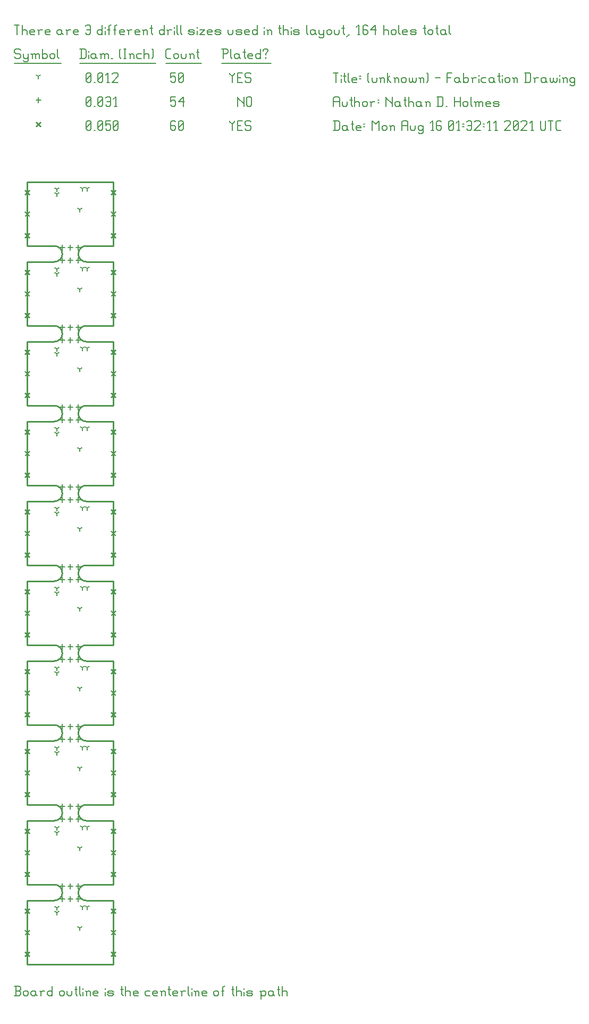
<source format=gbr>
G04 start of page 13 for group -3984 idx -3984 *
G04 Title: (unknown), fab *
G04 Creator: pcb 4.0.2 *
G04 CreationDate: Mon Aug 16 01:32:11 2021 UTC *
G04 For: ndholmes *
G04 Format: Gerber/RS-274X *
G04 PCB-Dimensions (mil): 700.00 5100.00 *
G04 PCB-Coordinate-Origin: lower left *
%MOIN*%
%FSLAX25Y25*%
%LNFAB*%
%ADD43C,0.0100*%
%ADD42C,0.0060*%
%ADD41C,0.0001*%
G54D41*G36*
X60800Y468266D02*X63766Y465300D01*
X63200Y464734D01*
X60234Y467700D01*
X60800Y468266D01*
G37*
G36*
X60234Y465300D02*X63200Y468266D01*
X63766Y467700D01*
X60800Y464734D01*
X60234Y465300D01*
G37*
G36*
X6800Y481766D02*X9766Y478800D01*
X9200Y478234D01*
X6234Y481200D01*
X6800Y481766D01*
G37*
G36*
X6234Y478800D02*X9200Y481766D01*
X9766Y481200D01*
X6800Y478234D01*
X6234Y478800D01*
G37*
G36*
X6800Y468266D02*X9766Y465300D01*
X9200Y464734D01*
X6234Y467700D01*
X6800Y468266D01*
G37*
G36*
X6234Y465300D02*X9200Y468266D01*
X9766Y467700D01*
X6800Y464734D01*
X6234Y465300D01*
G37*
G36*
X60800Y481766D02*X63766Y478800D01*
X63200Y478234D01*
X60234Y481200D01*
X60800Y481766D01*
G37*
G36*
X60234Y478800D02*X63200Y481766D01*
X63766Y481200D01*
X60800Y478234D01*
X60234Y478800D01*
G37*
G36*
X60800Y495266D02*X63766Y492300D01*
X63200Y491734D01*
X60234Y494700D01*
X60800Y495266D01*
G37*
G36*
X60234Y492300D02*X63200Y495266D01*
X63766Y494700D01*
X60800Y491734D01*
X60234Y492300D01*
G37*
G36*
X6800Y495266D02*X9766Y492300D01*
X9200Y491734D01*
X6234Y494700D01*
X6800Y495266D01*
G37*
G36*
X6234Y492300D02*X9200Y495266D01*
X9766Y494700D01*
X6800Y491734D01*
X6234Y492300D01*
G37*
G36*
X60800Y418266D02*X63766Y415300D01*
X63200Y414734D01*
X60234Y417700D01*
X60800Y418266D01*
G37*
G36*
X60234Y415300D02*X63200Y418266D01*
X63766Y417700D01*
X60800Y414734D01*
X60234Y415300D01*
G37*
G36*
X6800Y431766D02*X9766Y428800D01*
X9200Y428234D01*
X6234Y431200D01*
X6800Y431766D01*
G37*
G36*
X6234Y428800D02*X9200Y431766D01*
X9766Y431200D01*
X6800Y428234D01*
X6234Y428800D01*
G37*
G36*
X6800Y418266D02*X9766Y415300D01*
X9200Y414734D01*
X6234Y417700D01*
X6800Y418266D01*
G37*
G36*
X6234Y415300D02*X9200Y418266D01*
X9766Y417700D01*
X6800Y414734D01*
X6234Y415300D01*
G37*
G36*
X60800Y431766D02*X63766Y428800D01*
X63200Y428234D01*
X60234Y431200D01*
X60800Y431766D01*
G37*
G36*
X60234Y428800D02*X63200Y431766D01*
X63766Y431200D01*
X60800Y428234D01*
X60234Y428800D01*
G37*
G36*
X60800Y445266D02*X63766Y442300D01*
X63200Y441734D01*
X60234Y444700D01*
X60800Y445266D01*
G37*
G36*
X60234Y442300D02*X63200Y445266D01*
X63766Y444700D01*
X60800Y441734D01*
X60234Y442300D01*
G37*
G36*
X6800Y445266D02*X9766Y442300D01*
X9200Y441734D01*
X6234Y444700D01*
X6800Y445266D01*
G37*
G36*
X6234Y442300D02*X9200Y445266D01*
X9766Y444700D01*
X6800Y441734D01*
X6234Y442300D01*
G37*
G36*
X60800Y368266D02*X63766Y365300D01*
X63200Y364734D01*
X60234Y367700D01*
X60800Y368266D01*
G37*
G36*
X60234Y365300D02*X63200Y368266D01*
X63766Y367700D01*
X60800Y364734D01*
X60234Y365300D01*
G37*
G36*
X6800Y381766D02*X9766Y378800D01*
X9200Y378234D01*
X6234Y381200D01*
X6800Y381766D01*
G37*
G36*
X6234Y378800D02*X9200Y381766D01*
X9766Y381200D01*
X6800Y378234D01*
X6234Y378800D01*
G37*
G36*
X6800Y368266D02*X9766Y365300D01*
X9200Y364734D01*
X6234Y367700D01*
X6800Y368266D01*
G37*
G36*
X6234Y365300D02*X9200Y368266D01*
X9766Y367700D01*
X6800Y364734D01*
X6234Y365300D01*
G37*
G36*
X60800Y381766D02*X63766Y378800D01*
X63200Y378234D01*
X60234Y381200D01*
X60800Y381766D01*
G37*
G36*
X60234Y378800D02*X63200Y381766D01*
X63766Y381200D01*
X60800Y378234D01*
X60234Y378800D01*
G37*
G36*
X60800Y395266D02*X63766Y392300D01*
X63200Y391734D01*
X60234Y394700D01*
X60800Y395266D01*
G37*
G36*
X60234Y392300D02*X63200Y395266D01*
X63766Y394700D01*
X60800Y391734D01*
X60234Y392300D01*
G37*
G36*
X6800Y395266D02*X9766Y392300D01*
X9200Y391734D01*
X6234Y394700D01*
X6800Y395266D01*
G37*
G36*
X6234Y392300D02*X9200Y395266D01*
X9766Y394700D01*
X6800Y391734D01*
X6234Y392300D01*
G37*
G36*
X60800Y318266D02*X63766Y315300D01*
X63200Y314734D01*
X60234Y317700D01*
X60800Y318266D01*
G37*
G36*
X60234Y315300D02*X63200Y318266D01*
X63766Y317700D01*
X60800Y314734D01*
X60234Y315300D01*
G37*
G36*
X6800Y331766D02*X9766Y328800D01*
X9200Y328234D01*
X6234Y331200D01*
X6800Y331766D01*
G37*
G36*
X6234Y328800D02*X9200Y331766D01*
X9766Y331200D01*
X6800Y328234D01*
X6234Y328800D01*
G37*
G36*
X6800Y318266D02*X9766Y315300D01*
X9200Y314734D01*
X6234Y317700D01*
X6800Y318266D01*
G37*
G36*
X6234Y315300D02*X9200Y318266D01*
X9766Y317700D01*
X6800Y314734D01*
X6234Y315300D01*
G37*
G36*
X60800Y331766D02*X63766Y328800D01*
X63200Y328234D01*
X60234Y331200D01*
X60800Y331766D01*
G37*
G36*
X60234Y328800D02*X63200Y331766D01*
X63766Y331200D01*
X60800Y328234D01*
X60234Y328800D01*
G37*
G36*
X60800Y345266D02*X63766Y342300D01*
X63200Y341734D01*
X60234Y344700D01*
X60800Y345266D01*
G37*
G36*
X60234Y342300D02*X63200Y345266D01*
X63766Y344700D01*
X60800Y341734D01*
X60234Y342300D01*
G37*
G36*
X6800Y345266D02*X9766Y342300D01*
X9200Y341734D01*
X6234Y344700D01*
X6800Y345266D01*
G37*
G36*
X6234Y342300D02*X9200Y345266D01*
X9766Y344700D01*
X6800Y341734D01*
X6234Y342300D01*
G37*
G36*
X60800Y268266D02*X63766Y265300D01*
X63200Y264734D01*
X60234Y267700D01*
X60800Y268266D01*
G37*
G36*
X60234Y265300D02*X63200Y268266D01*
X63766Y267700D01*
X60800Y264734D01*
X60234Y265300D01*
G37*
G36*
X6800Y281766D02*X9766Y278800D01*
X9200Y278234D01*
X6234Y281200D01*
X6800Y281766D01*
G37*
G36*
X6234Y278800D02*X9200Y281766D01*
X9766Y281200D01*
X6800Y278234D01*
X6234Y278800D01*
G37*
G36*
X6800Y268266D02*X9766Y265300D01*
X9200Y264734D01*
X6234Y267700D01*
X6800Y268266D01*
G37*
G36*
X6234Y265300D02*X9200Y268266D01*
X9766Y267700D01*
X6800Y264734D01*
X6234Y265300D01*
G37*
G36*
X60800Y281766D02*X63766Y278800D01*
X63200Y278234D01*
X60234Y281200D01*
X60800Y281766D01*
G37*
G36*
X60234Y278800D02*X63200Y281766D01*
X63766Y281200D01*
X60800Y278234D01*
X60234Y278800D01*
G37*
G36*
X60800Y295266D02*X63766Y292300D01*
X63200Y291734D01*
X60234Y294700D01*
X60800Y295266D01*
G37*
G36*
X60234Y292300D02*X63200Y295266D01*
X63766Y294700D01*
X60800Y291734D01*
X60234Y292300D01*
G37*
G36*
X6800Y295266D02*X9766Y292300D01*
X9200Y291734D01*
X6234Y294700D01*
X6800Y295266D01*
G37*
G36*
X6234Y292300D02*X9200Y295266D01*
X9766Y294700D01*
X6800Y291734D01*
X6234Y292300D01*
G37*
G36*
X60800Y218266D02*X63766Y215300D01*
X63200Y214734D01*
X60234Y217700D01*
X60800Y218266D01*
G37*
G36*
X60234Y215300D02*X63200Y218266D01*
X63766Y217700D01*
X60800Y214734D01*
X60234Y215300D01*
G37*
G36*
X6800Y231766D02*X9766Y228800D01*
X9200Y228234D01*
X6234Y231200D01*
X6800Y231766D01*
G37*
G36*
X6234Y228800D02*X9200Y231766D01*
X9766Y231200D01*
X6800Y228234D01*
X6234Y228800D01*
G37*
G36*
X6800Y218266D02*X9766Y215300D01*
X9200Y214734D01*
X6234Y217700D01*
X6800Y218266D01*
G37*
G36*
X6234Y215300D02*X9200Y218266D01*
X9766Y217700D01*
X6800Y214734D01*
X6234Y215300D01*
G37*
G36*
X60800Y231766D02*X63766Y228800D01*
X63200Y228234D01*
X60234Y231200D01*
X60800Y231766D01*
G37*
G36*
X60234Y228800D02*X63200Y231766D01*
X63766Y231200D01*
X60800Y228234D01*
X60234Y228800D01*
G37*
G36*
X60800Y245266D02*X63766Y242300D01*
X63200Y241734D01*
X60234Y244700D01*
X60800Y245266D01*
G37*
G36*
X60234Y242300D02*X63200Y245266D01*
X63766Y244700D01*
X60800Y241734D01*
X60234Y242300D01*
G37*
G36*
X6800Y245266D02*X9766Y242300D01*
X9200Y241734D01*
X6234Y244700D01*
X6800Y245266D01*
G37*
G36*
X6234Y242300D02*X9200Y245266D01*
X9766Y244700D01*
X6800Y241734D01*
X6234Y242300D01*
G37*
G36*
X60800Y168266D02*X63766Y165300D01*
X63200Y164734D01*
X60234Y167700D01*
X60800Y168266D01*
G37*
G36*
X60234Y165300D02*X63200Y168266D01*
X63766Y167700D01*
X60800Y164734D01*
X60234Y165300D01*
G37*
G36*
X6800Y181766D02*X9766Y178800D01*
X9200Y178234D01*
X6234Y181200D01*
X6800Y181766D01*
G37*
G36*
X6234Y178800D02*X9200Y181766D01*
X9766Y181200D01*
X6800Y178234D01*
X6234Y178800D01*
G37*
G36*
X6800Y168266D02*X9766Y165300D01*
X9200Y164734D01*
X6234Y167700D01*
X6800Y168266D01*
G37*
G36*
X6234Y165300D02*X9200Y168266D01*
X9766Y167700D01*
X6800Y164734D01*
X6234Y165300D01*
G37*
G36*
X60800Y181766D02*X63766Y178800D01*
X63200Y178234D01*
X60234Y181200D01*
X60800Y181766D01*
G37*
G36*
X60234Y178800D02*X63200Y181766D01*
X63766Y181200D01*
X60800Y178234D01*
X60234Y178800D01*
G37*
G36*
X60800Y195266D02*X63766Y192300D01*
X63200Y191734D01*
X60234Y194700D01*
X60800Y195266D01*
G37*
G36*
X60234Y192300D02*X63200Y195266D01*
X63766Y194700D01*
X60800Y191734D01*
X60234Y192300D01*
G37*
G36*
X6800Y195266D02*X9766Y192300D01*
X9200Y191734D01*
X6234Y194700D01*
X6800Y195266D01*
G37*
G36*
X6234Y192300D02*X9200Y195266D01*
X9766Y194700D01*
X6800Y191734D01*
X6234Y192300D01*
G37*
G36*
X60800Y118266D02*X63766Y115300D01*
X63200Y114734D01*
X60234Y117700D01*
X60800Y118266D01*
G37*
G36*
X60234Y115300D02*X63200Y118266D01*
X63766Y117700D01*
X60800Y114734D01*
X60234Y115300D01*
G37*
G36*
X6800Y131766D02*X9766Y128800D01*
X9200Y128234D01*
X6234Y131200D01*
X6800Y131766D01*
G37*
G36*
X6234Y128800D02*X9200Y131766D01*
X9766Y131200D01*
X6800Y128234D01*
X6234Y128800D01*
G37*
G36*
X6800Y118266D02*X9766Y115300D01*
X9200Y114734D01*
X6234Y117700D01*
X6800Y118266D01*
G37*
G36*
X6234Y115300D02*X9200Y118266D01*
X9766Y117700D01*
X6800Y114734D01*
X6234Y115300D01*
G37*
G36*
X60800Y131766D02*X63766Y128800D01*
X63200Y128234D01*
X60234Y131200D01*
X60800Y131766D01*
G37*
G36*
X60234Y128800D02*X63200Y131766D01*
X63766Y131200D01*
X60800Y128234D01*
X60234Y128800D01*
G37*
G36*
X60800Y145266D02*X63766Y142300D01*
X63200Y141734D01*
X60234Y144700D01*
X60800Y145266D01*
G37*
G36*
X60234Y142300D02*X63200Y145266D01*
X63766Y144700D01*
X60800Y141734D01*
X60234Y142300D01*
G37*
G36*
X6800Y145266D02*X9766Y142300D01*
X9200Y141734D01*
X6234Y144700D01*
X6800Y145266D01*
G37*
G36*
X6234Y142300D02*X9200Y145266D01*
X9766Y144700D01*
X6800Y141734D01*
X6234Y142300D01*
G37*
G36*
X60800Y68266D02*X63766Y65300D01*
X63200Y64734D01*
X60234Y67700D01*
X60800Y68266D01*
G37*
G36*
X60234Y65300D02*X63200Y68266D01*
X63766Y67700D01*
X60800Y64734D01*
X60234Y65300D01*
G37*
G36*
X6800Y81766D02*X9766Y78800D01*
X9200Y78234D01*
X6234Y81200D01*
X6800Y81766D01*
G37*
G36*
X6234Y78800D02*X9200Y81766D01*
X9766Y81200D01*
X6800Y78234D01*
X6234Y78800D01*
G37*
G36*
X6800Y68266D02*X9766Y65300D01*
X9200Y64734D01*
X6234Y67700D01*
X6800Y68266D01*
G37*
G36*
X6234Y65300D02*X9200Y68266D01*
X9766Y67700D01*
X6800Y64734D01*
X6234Y65300D01*
G37*
G36*
X60800Y81766D02*X63766Y78800D01*
X63200Y78234D01*
X60234Y81200D01*
X60800Y81766D01*
G37*
G36*
X60234Y78800D02*X63200Y81766D01*
X63766Y81200D01*
X60800Y78234D01*
X60234Y78800D01*
G37*
G36*
X60800Y95266D02*X63766Y92300D01*
X63200Y91734D01*
X60234Y94700D01*
X60800Y95266D01*
G37*
G36*
X60234Y92300D02*X63200Y95266D01*
X63766Y94700D01*
X60800Y91734D01*
X60234Y92300D01*
G37*
G36*
X6800Y95266D02*X9766Y92300D01*
X9200Y91734D01*
X6234Y94700D01*
X6800Y95266D01*
G37*
G36*
X6234Y92300D02*X9200Y95266D01*
X9766Y94700D01*
X6800Y91734D01*
X6234Y92300D01*
G37*
G36*
X60800Y18266D02*X63766Y15300D01*
X63200Y14734D01*
X60234Y17700D01*
X60800Y18266D01*
G37*
G36*
X60234Y15300D02*X63200Y18266D01*
X63766Y17700D01*
X60800Y14734D01*
X60234Y15300D01*
G37*
G36*
X6800Y31766D02*X9766Y28800D01*
X9200Y28234D01*
X6234Y31200D01*
X6800Y31766D01*
G37*
G36*
X6234Y28800D02*X9200Y31766D01*
X9766Y31200D01*
X6800Y28234D01*
X6234Y28800D01*
G37*
G36*
X6800Y18266D02*X9766Y15300D01*
X9200Y14734D01*
X6234Y17700D01*
X6800Y18266D01*
G37*
G36*
X6234Y15300D02*X9200Y18266D01*
X9766Y17700D01*
X6800Y14734D01*
X6234Y15300D01*
G37*
G36*
X60800Y31766D02*X63766Y28800D01*
X63200Y28234D01*
X60234Y31200D01*
X60800Y31766D01*
G37*
G36*
X60234Y28800D02*X63200Y31766D01*
X63766Y31200D01*
X60800Y28234D01*
X60234Y28800D01*
G37*
G36*
X60800Y45266D02*X63766Y42300D01*
X63200Y41734D01*
X60234Y44700D01*
X60800Y45266D01*
G37*
G36*
X60234Y42300D02*X63200Y45266D01*
X63766Y44700D01*
X60800Y41734D01*
X60234Y42300D01*
G37*
G36*
X6800Y45266D02*X9766Y42300D01*
X9200Y41734D01*
X6234Y44700D01*
X6800Y45266D01*
G37*
G36*
X6234Y42300D02*X9200Y45266D01*
X9766Y44700D01*
X6800Y41734D01*
X6234Y42300D01*
G37*
G36*
X13800Y538016D02*X16766Y535050D01*
X16200Y534484D01*
X13234Y537450D01*
X13800Y538016D01*
G37*
G36*
X13234Y535050D02*X16200Y538016D01*
X16766Y537450D01*
X13800Y534484D01*
X13234Y535050D01*
G37*
G54D42*X135000Y538500D02*Y537750D01*
X136500Y536250D01*
X138000Y537750D01*
Y538500D02*Y537750D01*
X136500Y536250D02*Y532500D01*
X139800Y535500D02*X142050D01*
X139800Y532500D02*X142800D01*
X139800Y538500D02*Y532500D01*
Y538500D02*X142800D01*
X147600D02*X148350Y537750D01*
X145350Y538500D02*X147600D01*
X144600Y537750D02*X145350Y538500D01*
X144600Y537750D02*Y536250D01*
X145350Y535500D01*
X147600D01*
X148350Y534750D01*
Y533250D01*
X147600Y532500D02*X148350Y533250D01*
X145350Y532500D02*X147600D01*
X144600Y533250D02*X145350Y532500D01*
X100250Y538500D02*X101000Y537750D01*
X98750Y538500D02*X100250D01*
X98000Y537750D02*X98750Y538500D01*
X98000Y537750D02*Y533250D01*
X98750Y532500D01*
X100250Y535500D02*X101000Y534750D01*
X98000Y535500D02*X100250D01*
X98750Y532500D02*X100250D01*
X101000Y533250D01*
Y534750D02*Y533250D01*
X102800D02*X103550Y532500D01*
X102800Y537750D02*Y533250D01*
Y537750D02*X103550Y538500D01*
X105050D01*
X105800Y537750D01*
Y533250D01*
X105050Y532500D02*X105800Y533250D01*
X103550Y532500D02*X105050D01*
X102800Y534000D02*X105800Y537000D01*
X45000Y533250D02*X45750Y532500D01*
X45000Y537750D02*Y533250D01*
Y537750D02*X45750Y538500D01*
X47250D01*
X48000Y537750D01*
Y533250D01*
X47250Y532500D02*X48000Y533250D01*
X45750Y532500D02*X47250D01*
X45000Y534000D02*X48000Y537000D01*
X49800Y532500D02*X50550D01*
X52350Y533250D02*X53100Y532500D01*
X52350Y537750D02*Y533250D01*
Y537750D02*X53100Y538500D01*
X54600D01*
X55350Y537750D01*
Y533250D01*
X54600Y532500D02*X55350Y533250D01*
X53100Y532500D02*X54600D01*
X52350Y534000D02*X55350Y537000D01*
X57150Y538500D02*X60150D01*
X57150D02*Y535500D01*
X57900Y536250D01*
X59400D01*
X60150Y535500D01*
Y533250D01*
X59400Y532500D02*X60150Y533250D01*
X57900Y532500D02*X59400D01*
X57150Y533250D02*X57900Y532500D01*
X61950Y533250D02*X62700Y532500D01*
X61950Y537750D02*Y533250D01*
Y537750D02*X62700Y538500D01*
X64200D01*
X64950Y537750D01*
Y533250D01*
X64200Y532500D02*X64950Y533250D01*
X62700Y532500D02*X64200D01*
X61950Y534000D02*X64950Y537000D01*
X30000Y460600D02*Y457400D01*
X28400Y459000D02*X31600D01*
X40000Y460600D02*Y457400D01*
X38400Y459000D02*X41600D01*
X35000Y460600D02*Y457400D01*
X33400Y459000D02*X36600D01*
X30000Y452600D02*Y449400D01*
X28400Y451000D02*X31600D01*
X35000Y452600D02*Y449400D01*
X33400Y451000D02*X36600D01*
X40000Y452600D02*Y449400D01*
X38400Y451000D02*X41600D01*
X30000Y410600D02*Y407400D01*
X28400Y409000D02*X31600D01*
X40000Y410600D02*Y407400D01*
X38400Y409000D02*X41600D01*
X35000Y410600D02*Y407400D01*
X33400Y409000D02*X36600D01*
X30000Y402600D02*Y399400D01*
X28400Y401000D02*X31600D01*
X35000Y402600D02*Y399400D01*
X33400Y401000D02*X36600D01*
X40000Y402600D02*Y399400D01*
X38400Y401000D02*X41600D01*
X30000Y360600D02*Y357400D01*
X28400Y359000D02*X31600D01*
X40000Y360600D02*Y357400D01*
X38400Y359000D02*X41600D01*
X35000Y360600D02*Y357400D01*
X33400Y359000D02*X36600D01*
X30000Y352600D02*Y349400D01*
X28400Y351000D02*X31600D01*
X35000Y352600D02*Y349400D01*
X33400Y351000D02*X36600D01*
X40000Y352600D02*Y349400D01*
X38400Y351000D02*X41600D01*
X30000Y310600D02*Y307400D01*
X28400Y309000D02*X31600D01*
X40000Y310600D02*Y307400D01*
X38400Y309000D02*X41600D01*
X35000Y310600D02*Y307400D01*
X33400Y309000D02*X36600D01*
X30000Y302600D02*Y299400D01*
X28400Y301000D02*X31600D01*
X35000Y302600D02*Y299400D01*
X33400Y301000D02*X36600D01*
X40000Y302600D02*Y299400D01*
X38400Y301000D02*X41600D01*
X30000Y260600D02*Y257400D01*
X28400Y259000D02*X31600D01*
X40000Y260600D02*Y257400D01*
X38400Y259000D02*X41600D01*
X35000Y260600D02*Y257400D01*
X33400Y259000D02*X36600D01*
X30000Y252600D02*Y249400D01*
X28400Y251000D02*X31600D01*
X35000Y252600D02*Y249400D01*
X33400Y251000D02*X36600D01*
X40000Y252600D02*Y249400D01*
X38400Y251000D02*X41600D01*
X30000Y210600D02*Y207400D01*
X28400Y209000D02*X31600D01*
X40000Y210600D02*Y207400D01*
X38400Y209000D02*X41600D01*
X35000Y210600D02*Y207400D01*
X33400Y209000D02*X36600D01*
X30000Y202600D02*Y199400D01*
X28400Y201000D02*X31600D01*
X35000Y202600D02*Y199400D01*
X33400Y201000D02*X36600D01*
X40000Y202600D02*Y199400D01*
X38400Y201000D02*X41600D01*
X30000Y160600D02*Y157400D01*
X28400Y159000D02*X31600D01*
X40000Y160600D02*Y157400D01*
X38400Y159000D02*X41600D01*
X35000Y160600D02*Y157400D01*
X33400Y159000D02*X36600D01*
X30000Y152600D02*Y149400D01*
X28400Y151000D02*X31600D01*
X35000Y152600D02*Y149400D01*
X33400Y151000D02*X36600D01*
X40000Y152600D02*Y149400D01*
X38400Y151000D02*X41600D01*
X30000Y110600D02*Y107400D01*
X28400Y109000D02*X31600D01*
X40000Y110600D02*Y107400D01*
X38400Y109000D02*X41600D01*
X35000Y110600D02*Y107400D01*
X33400Y109000D02*X36600D01*
X30000Y102600D02*Y99400D01*
X28400Y101000D02*X31600D01*
X35000Y102600D02*Y99400D01*
X33400Y101000D02*X36600D01*
X40000Y102600D02*Y99400D01*
X38400Y101000D02*X41600D01*
X30000Y60600D02*Y57400D01*
X28400Y59000D02*X31600D01*
X40000Y60600D02*Y57400D01*
X38400Y59000D02*X41600D01*
X35000Y60600D02*Y57400D01*
X33400Y59000D02*X36600D01*
X30000Y52600D02*Y49400D01*
X28400Y51000D02*X31600D01*
X35000Y52600D02*Y49400D01*
X33400Y51000D02*X36600D01*
X40000Y52600D02*Y49400D01*
X38400Y51000D02*X41600D01*
X15000Y552850D02*Y549650D01*
X13400Y551250D02*X16600D01*
X140000Y553500D02*Y547500D01*
Y553500D02*Y552750D01*
X143750Y549000D01*
Y553500D02*Y547500D01*
X145550Y552750D02*Y548250D01*
Y552750D02*X146300Y553500D01*
X147800D01*
X148550Y552750D01*
Y548250D01*
X147800Y547500D02*X148550Y548250D01*
X146300Y547500D02*X147800D01*
X145550Y548250D02*X146300Y547500D01*
X98000Y553500D02*X101000D01*
X98000D02*Y550500D01*
X98750Y551250D01*
X100250D01*
X101000Y550500D01*
Y548250D01*
X100250Y547500D02*X101000Y548250D01*
X98750Y547500D02*X100250D01*
X98000Y548250D02*X98750Y547500D01*
X102800Y550500D02*X105800Y553500D01*
X102800Y550500D02*X106550D01*
X105800Y553500D02*Y547500D01*
X45000Y548250D02*X45750Y547500D01*
X45000Y552750D02*Y548250D01*
Y552750D02*X45750Y553500D01*
X47250D01*
X48000Y552750D01*
Y548250D01*
X47250Y547500D02*X48000Y548250D01*
X45750Y547500D02*X47250D01*
X45000Y549000D02*X48000Y552000D01*
X49800Y547500D02*X50550D01*
X52350Y548250D02*X53100Y547500D01*
X52350Y552750D02*Y548250D01*
Y552750D02*X53100Y553500D01*
X54600D01*
X55350Y552750D01*
Y548250D01*
X54600Y547500D02*X55350Y548250D01*
X53100Y547500D02*X54600D01*
X52350Y549000D02*X55350Y552000D01*
X57150Y552750D02*X57900Y553500D01*
X59400D01*
X60150Y552750D01*
Y548250D01*
X59400Y547500D02*X60150Y548250D01*
X57900Y547500D02*X59400D01*
X57150Y548250D02*X57900Y547500D01*
Y550500D02*X60150D01*
X62700Y547500D02*X64200D01*
X63450Y553500D02*Y547500D01*
X61950Y552000D02*X63450Y553500D01*
X26500Y495500D02*Y493900D01*
Y495500D02*X27887Y496300D01*
X26500Y495500D02*X25113Y496300D01*
X26500Y492500D02*Y490900D01*
Y492500D02*X27887Y493300D01*
X26500Y492500D02*X25113Y493300D01*
X41000Y482800D02*Y481200D01*
Y482800D02*X42387Y483600D01*
X41000Y482800D02*X39613Y483600D01*
X42500Y496000D02*Y494400D01*
Y496000D02*X43887Y496800D01*
X42500Y496000D02*X41113Y496800D01*
X45500Y496000D02*Y494400D01*
Y496000D02*X46887Y496800D01*
X45500Y496000D02*X44113Y496800D01*
X26500Y445500D02*Y443900D01*
Y445500D02*X27887Y446300D01*
X26500Y445500D02*X25113Y446300D01*
X26500Y442500D02*Y440900D01*
Y442500D02*X27887Y443300D01*
X26500Y442500D02*X25113Y443300D01*
X41000Y432800D02*Y431200D01*
Y432800D02*X42387Y433600D01*
X41000Y432800D02*X39613Y433600D01*
X42500Y446000D02*Y444400D01*
Y446000D02*X43887Y446800D01*
X42500Y446000D02*X41113Y446800D01*
X45500Y446000D02*Y444400D01*
Y446000D02*X46887Y446800D01*
X45500Y446000D02*X44113Y446800D01*
X26500Y395500D02*Y393900D01*
Y395500D02*X27887Y396300D01*
X26500Y395500D02*X25113Y396300D01*
X26500Y392500D02*Y390900D01*
Y392500D02*X27887Y393300D01*
X26500Y392500D02*X25113Y393300D01*
X41000Y382800D02*Y381200D01*
Y382800D02*X42387Y383600D01*
X41000Y382800D02*X39613Y383600D01*
X42500Y396000D02*Y394400D01*
Y396000D02*X43887Y396800D01*
X42500Y396000D02*X41113Y396800D01*
X45500Y396000D02*Y394400D01*
Y396000D02*X46887Y396800D01*
X45500Y396000D02*X44113Y396800D01*
X26500Y345500D02*Y343900D01*
Y345500D02*X27887Y346300D01*
X26500Y345500D02*X25113Y346300D01*
X26500Y342500D02*Y340900D01*
Y342500D02*X27887Y343300D01*
X26500Y342500D02*X25113Y343300D01*
X41000Y332800D02*Y331200D01*
Y332800D02*X42387Y333600D01*
X41000Y332800D02*X39613Y333600D01*
X42500Y346000D02*Y344400D01*
Y346000D02*X43887Y346800D01*
X42500Y346000D02*X41113Y346800D01*
X45500Y346000D02*Y344400D01*
Y346000D02*X46887Y346800D01*
X45500Y346000D02*X44113Y346800D01*
X26500Y295500D02*Y293900D01*
Y295500D02*X27887Y296300D01*
X26500Y295500D02*X25113Y296300D01*
X26500Y292500D02*Y290900D01*
Y292500D02*X27887Y293300D01*
X26500Y292500D02*X25113Y293300D01*
X41000Y282800D02*Y281200D01*
Y282800D02*X42387Y283600D01*
X41000Y282800D02*X39613Y283600D01*
X42500Y296000D02*Y294400D01*
Y296000D02*X43887Y296800D01*
X42500Y296000D02*X41113Y296800D01*
X45500Y296000D02*Y294400D01*
Y296000D02*X46887Y296800D01*
X45500Y296000D02*X44113Y296800D01*
X26500Y245500D02*Y243900D01*
Y245500D02*X27887Y246300D01*
X26500Y245500D02*X25113Y246300D01*
X26500Y242500D02*Y240900D01*
Y242500D02*X27887Y243300D01*
X26500Y242500D02*X25113Y243300D01*
X41000Y232800D02*Y231200D01*
Y232800D02*X42387Y233600D01*
X41000Y232800D02*X39613Y233600D01*
X42500Y246000D02*Y244400D01*
Y246000D02*X43887Y246800D01*
X42500Y246000D02*X41113Y246800D01*
X45500Y246000D02*Y244400D01*
Y246000D02*X46887Y246800D01*
X45500Y246000D02*X44113Y246800D01*
X26500Y195500D02*Y193900D01*
Y195500D02*X27887Y196300D01*
X26500Y195500D02*X25113Y196300D01*
X26500Y192500D02*Y190900D01*
Y192500D02*X27887Y193300D01*
X26500Y192500D02*X25113Y193300D01*
X41000Y182800D02*Y181200D01*
Y182800D02*X42387Y183600D01*
X41000Y182800D02*X39613Y183600D01*
X42500Y196000D02*Y194400D01*
Y196000D02*X43887Y196800D01*
X42500Y196000D02*X41113Y196800D01*
X45500Y196000D02*Y194400D01*
Y196000D02*X46887Y196800D01*
X45500Y196000D02*X44113Y196800D01*
X26500Y145500D02*Y143900D01*
Y145500D02*X27887Y146300D01*
X26500Y145500D02*X25113Y146300D01*
X26500Y142500D02*Y140900D01*
Y142500D02*X27887Y143300D01*
X26500Y142500D02*X25113Y143300D01*
X41000Y132800D02*Y131200D01*
Y132800D02*X42387Y133600D01*
X41000Y132800D02*X39613Y133600D01*
X42500Y146000D02*Y144400D01*
Y146000D02*X43887Y146800D01*
X42500Y146000D02*X41113Y146800D01*
X45500Y146000D02*Y144400D01*
Y146000D02*X46887Y146800D01*
X45500Y146000D02*X44113Y146800D01*
X26500Y95500D02*Y93900D01*
Y95500D02*X27887Y96300D01*
X26500Y95500D02*X25113Y96300D01*
X26500Y92500D02*Y90900D01*
Y92500D02*X27887Y93300D01*
X26500Y92500D02*X25113Y93300D01*
X41000Y82800D02*Y81200D01*
Y82800D02*X42387Y83600D01*
X41000Y82800D02*X39613Y83600D01*
X42500Y96000D02*Y94400D01*
Y96000D02*X43887Y96800D01*
X42500Y96000D02*X41113Y96800D01*
X45500Y96000D02*Y94400D01*
Y96000D02*X46887Y96800D01*
X45500Y96000D02*X44113Y96800D01*
X26500Y45500D02*Y43900D01*
Y45500D02*X27887Y46300D01*
X26500Y45500D02*X25113Y46300D01*
X26500Y42500D02*Y40900D01*
Y42500D02*X27887Y43300D01*
X26500Y42500D02*X25113Y43300D01*
X41000Y32800D02*Y31200D01*
Y32800D02*X42387Y33600D01*
X41000Y32800D02*X39613Y33600D01*
X42500Y46000D02*Y44400D01*
Y46000D02*X43887Y46800D01*
X42500Y46000D02*X41113Y46800D01*
X45500Y46000D02*Y44400D01*
Y46000D02*X46887Y46800D01*
X45500Y46000D02*X44113Y46800D01*
X15000Y566250D02*Y564650D01*
Y566250D02*X16387Y567050D01*
X15000Y566250D02*X13613Y567050D01*
X135000Y568500D02*Y567750D01*
X136500Y566250D01*
X138000Y567750D01*
Y568500D02*Y567750D01*
X136500Y566250D02*Y562500D01*
X139800Y565500D02*X142050D01*
X139800Y562500D02*X142800D01*
X139800Y568500D02*Y562500D01*
Y568500D02*X142800D01*
X147600D02*X148350Y567750D01*
X145350Y568500D02*X147600D01*
X144600Y567750D02*X145350Y568500D01*
X144600Y567750D02*Y566250D01*
X145350Y565500D01*
X147600D01*
X148350Y564750D01*
Y563250D01*
X147600Y562500D02*X148350Y563250D01*
X145350Y562500D02*X147600D01*
X144600Y563250D02*X145350Y562500D01*
X98000Y568500D02*X101000D01*
X98000D02*Y565500D01*
X98750Y566250D01*
X100250D01*
X101000Y565500D01*
Y563250D01*
X100250Y562500D02*X101000Y563250D01*
X98750Y562500D02*X100250D01*
X98000Y563250D02*X98750Y562500D01*
X102800Y563250D02*X103550Y562500D01*
X102800Y567750D02*Y563250D01*
Y567750D02*X103550Y568500D01*
X105050D01*
X105800Y567750D01*
Y563250D01*
X105050Y562500D02*X105800Y563250D01*
X103550Y562500D02*X105050D01*
X102800Y564000D02*X105800Y567000D01*
X45000Y563250D02*X45750Y562500D01*
X45000Y567750D02*Y563250D01*
Y567750D02*X45750Y568500D01*
X47250D01*
X48000Y567750D01*
Y563250D01*
X47250Y562500D02*X48000Y563250D01*
X45750Y562500D02*X47250D01*
X45000Y564000D02*X48000Y567000D01*
X49800Y562500D02*X50550D01*
X52350Y563250D02*X53100Y562500D01*
X52350Y567750D02*Y563250D01*
Y567750D02*X53100Y568500D01*
X54600D01*
X55350Y567750D01*
Y563250D01*
X54600Y562500D02*X55350Y563250D01*
X53100Y562500D02*X54600D01*
X52350Y564000D02*X55350Y567000D01*
X57900Y562500D02*X59400D01*
X58650Y568500D02*Y562500D01*
X57150Y567000D02*X58650Y568500D01*
X61200Y567750D02*X61950Y568500D01*
X64200D01*
X64950Y567750D01*
Y566250D01*
X61200Y562500D02*X64950Y566250D01*
X61200Y562500D02*X64950D01*
X3000Y583500D02*X3750Y582750D01*
X750Y583500D02*X3000D01*
X0Y582750D02*X750Y583500D01*
X0Y582750D02*Y581250D01*
X750Y580500D01*
X3000D01*
X3750Y579750D01*
Y578250D01*
X3000Y577500D02*X3750Y578250D01*
X750Y577500D02*X3000D01*
X0Y578250D02*X750Y577500D01*
X5550Y580500D02*Y578250D01*
X6300Y577500D01*
X8550Y580500D02*Y576000D01*
X7800Y575250D02*X8550Y576000D01*
X6300Y575250D02*X7800D01*
X5550Y576000D02*X6300Y575250D01*
Y577500D02*X7800D01*
X8550Y578250D01*
X11100Y579750D02*Y577500D01*
Y579750D02*X11850Y580500D01*
X12600D01*
X13350Y579750D01*
Y577500D01*
Y579750D02*X14100Y580500D01*
X14850D01*
X15600Y579750D01*
Y577500D01*
X10350Y580500D02*X11100Y579750D01*
X17400Y583500D02*Y577500D01*
Y578250D02*X18150Y577500D01*
X19650D01*
X20400Y578250D01*
Y579750D02*Y578250D01*
X19650Y580500D02*X20400Y579750D01*
X18150Y580500D02*X19650D01*
X17400Y579750D02*X18150Y580500D01*
X22200Y579750D02*Y578250D01*
Y579750D02*X22950Y580500D01*
X24450D01*
X25200Y579750D01*
Y578250D01*
X24450Y577500D02*X25200Y578250D01*
X22950Y577500D02*X24450D01*
X22200Y578250D02*X22950Y577500D01*
X27000Y583500D02*Y578250D01*
X27750Y577500D01*
X0Y574250D02*X29250D01*
X41750Y583500D02*Y577500D01*
X44000Y583500D02*X44750Y582750D01*
Y578250D01*
X44000Y577500D02*X44750Y578250D01*
X41000Y577500D02*X44000D01*
X41000Y583500D02*X44000D01*
X46550Y582000D02*Y581250D01*
Y579750D02*Y577500D01*
X50300Y580500D02*X51050Y579750D01*
X48800Y580500D02*X50300D01*
X48050Y579750D02*X48800Y580500D01*
X48050Y579750D02*Y578250D01*
X48800Y577500D01*
X51050Y580500D02*Y578250D01*
X51800Y577500D01*
X48800D02*X50300D01*
X51050Y578250D01*
X54350Y579750D02*Y577500D01*
Y579750D02*X55100Y580500D01*
X55850D01*
X56600Y579750D01*
Y577500D01*
Y579750D02*X57350Y580500D01*
X58100D01*
X58850Y579750D01*
Y577500D01*
X53600Y580500D02*X54350Y579750D01*
X60650Y577500D02*X61400D01*
X65900Y578250D02*X66650Y577500D01*
X65900Y582750D02*X66650Y583500D01*
X65900Y582750D02*Y578250D01*
X68450Y583500D02*X69950D01*
X69200D02*Y577500D01*
X68450D02*X69950D01*
X72500Y579750D02*Y577500D01*
Y579750D02*X73250Y580500D01*
X74000D01*
X74750Y579750D01*
Y577500D01*
X71750Y580500D02*X72500Y579750D01*
X77300Y580500D02*X79550D01*
X76550Y579750D02*X77300Y580500D01*
X76550Y579750D02*Y578250D01*
X77300Y577500D01*
X79550D01*
X81350Y583500D02*Y577500D01*
Y579750D02*X82100Y580500D01*
X83600D01*
X84350Y579750D01*
Y577500D01*
X86150Y583500D02*X86900Y582750D01*
Y578250D01*
X86150Y577500D02*X86900Y578250D01*
X41000Y574250D02*X88700D01*
X95750Y577500D02*X98000D01*
X95000Y578250D02*X95750Y577500D01*
X95000Y582750D02*Y578250D01*
Y582750D02*X95750Y583500D01*
X98000D01*
X99800Y579750D02*Y578250D01*
Y579750D02*X100550Y580500D01*
X102050D01*
X102800Y579750D01*
Y578250D01*
X102050Y577500D02*X102800Y578250D01*
X100550Y577500D02*X102050D01*
X99800Y578250D02*X100550Y577500D01*
X104600Y580500D02*Y578250D01*
X105350Y577500D01*
X106850D01*
X107600Y578250D01*
Y580500D02*Y578250D01*
X110150Y579750D02*Y577500D01*
Y579750D02*X110900Y580500D01*
X111650D01*
X112400Y579750D01*
Y577500D01*
X109400Y580500D02*X110150Y579750D01*
X114950Y583500D02*Y578250D01*
X115700Y577500D01*
X114200Y581250D02*X115700D01*
X95000Y574250D02*X117200D01*
X130750Y583500D02*Y577500D01*
X130000Y583500D02*X133000D01*
X133750Y582750D01*
Y581250D01*
X133000Y580500D02*X133750Y581250D01*
X130750Y580500D02*X133000D01*
X135550Y583500D02*Y578250D01*
X136300Y577500D01*
X140050Y580500D02*X140800Y579750D01*
X138550Y580500D02*X140050D01*
X137800Y579750D02*X138550Y580500D01*
X137800Y579750D02*Y578250D01*
X138550Y577500D01*
X140800Y580500D02*Y578250D01*
X141550Y577500D01*
X138550D02*X140050D01*
X140800Y578250D01*
X144100Y583500D02*Y578250D01*
X144850Y577500D01*
X143350Y581250D02*X144850D01*
X147100Y577500D02*X149350D01*
X146350Y578250D02*X147100Y577500D01*
X146350Y579750D02*Y578250D01*
Y579750D02*X147100Y580500D01*
X148600D01*
X149350Y579750D01*
X146350Y579000D02*X149350D01*
Y579750D02*Y579000D01*
X154150Y583500D02*Y577500D01*
X153400D02*X154150Y578250D01*
X151900Y577500D02*X153400D01*
X151150Y578250D02*X151900Y577500D01*
X151150Y579750D02*Y578250D01*
Y579750D02*X151900Y580500D01*
X153400D01*
X154150Y579750D01*
X157450Y580500D02*Y579750D01*
Y578250D02*Y577500D01*
X155950Y582750D02*Y582000D01*
Y582750D02*X156700Y583500D01*
X158200D01*
X158950Y582750D01*
Y582000D01*
X157450Y580500D02*X158950Y582000D01*
X130000Y574250D02*X160750D01*
X0Y598500D02*X3000D01*
X1500D02*Y592500D01*
X4800Y598500D02*Y592500D01*
Y594750D02*X5550Y595500D01*
X7050D01*
X7800Y594750D01*
Y592500D01*
X10350D02*X12600D01*
X9600Y593250D02*X10350Y592500D01*
X9600Y594750D02*Y593250D01*
Y594750D02*X10350Y595500D01*
X11850D01*
X12600Y594750D01*
X9600Y594000D02*X12600D01*
Y594750D02*Y594000D01*
X15150Y594750D02*Y592500D01*
Y594750D02*X15900Y595500D01*
X17400D01*
X14400D02*X15150Y594750D01*
X19950Y592500D02*X22200D01*
X19200Y593250D02*X19950Y592500D01*
X19200Y594750D02*Y593250D01*
Y594750D02*X19950Y595500D01*
X21450D01*
X22200Y594750D01*
X19200Y594000D02*X22200D01*
Y594750D02*Y594000D01*
X28950Y595500D02*X29700Y594750D01*
X27450Y595500D02*X28950D01*
X26700Y594750D02*X27450Y595500D01*
X26700Y594750D02*Y593250D01*
X27450Y592500D01*
X29700Y595500D02*Y593250D01*
X30450Y592500D01*
X27450D02*X28950D01*
X29700Y593250D01*
X33000Y594750D02*Y592500D01*
Y594750D02*X33750Y595500D01*
X35250D01*
X32250D02*X33000Y594750D01*
X37800Y592500D02*X40050D01*
X37050Y593250D02*X37800Y592500D01*
X37050Y594750D02*Y593250D01*
Y594750D02*X37800Y595500D01*
X39300D01*
X40050Y594750D01*
X37050Y594000D02*X40050D01*
Y594750D02*Y594000D01*
X44550Y597750D02*X45300Y598500D01*
X46800D01*
X47550Y597750D01*
Y593250D01*
X46800Y592500D02*X47550Y593250D01*
X45300Y592500D02*X46800D01*
X44550Y593250D02*X45300Y592500D01*
Y595500D02*X47550D01*
X55050Y598500D02*Y592500D01*
X54300D02*X55050Y593250D01*
X52800Y592500D02*X54300D01*
X52050Y593250D02*X52800Y592500D01*
X52050Y594750D02*Y593250D01*
Y594750D02*X52800Y595500D01*
X54300D01*
X55050Y594750D01*
X56850Y597000D02*Y596250D01*
Y594750D02*Y592500D01*
X59100Y597750D02*Y592500D01*
Y597750D02*X59850Y598500D01*
X60600D01*
X58350Y595500D02*X59850D01*
X62850Y597750D02*Y592500D01*
Y597750D02*X63600Y598500D01*
X64350D01*
X62100Y595500D02*X63600D01*
X66600Y592500D02*X68850D01*
X65850Y593250D02*X66600Y592500D01*
X65850Y594750D02*Y593250D01*
Y594750D02*X66600Y595500D01*
X68100D01*
X68850Y594750D01*
X65850Y594000D02*X68850D01*
Y594750D02*Y594000D01*
X71400Y594750D02*Y592500D01*
Y594750D02*X72150Y595500D01*
X73650D01*
X70650D02*X71400Y594750D01*
X76200Y592500D02*X78450D01*
X75450Y593250D02*X76200Y592500D01*
X75450Y594750D02*Y593250D01*
Y594750D02*X76200Y595500D01*
X77700D01*
X78450Y594750D01*
X75450Y594000D02*X78450D01*
Y594750D02*Y594000D01*
X81000Y594750D02*Y592500D01*
Y594750D02*X81750Y595500D01*
X82500D01*
X83250Y594750D01*
Y592500D01*
X80250Y595500D02*X81000Y594750D01*
X85800Y598500D02*Y593250D01*
X86550Y592500D01*
X85050Y596250D02*X86550D01*
X93750Y598500D02*Y592500D01*
X93000D02*X93750Y593250D01*
X91500Y592500D02*X93000D01*
X90750Y593250D02*X91500Y592500D01*
X90750Y594750D02*Y593250D01*
Y594750D02*X91500Y595500D01*
X93000D01*
X93750Y594750D01*
X96300D02*Y592500D01*
Y594750D02*X97050Y595500D01*
X98550D01*
X95550D02*X96300Y594750D01*
X100350Y597000D02*Y596250D01*
Y594750D02*Y592500D01*
X101850Y598500D02*Y593250D01*
X102600Y592500D01*
X104100Y598500D02*Y593250D01*
X104850Y592500D01*
X109800D02*X112050D01*
X112800Y593250D01*
X112050Y594000D02*X112800Y593250D01*
X109800Y594000D02*X112050D01*
X109050Y594750D02*X109800Y594000D01*
X109050Y594750D02*X109800Y595500D01*
X112050D01*
X112800Y594750D01*
X109050Y593250D02*X109800Y592500D01*
X114600Y597000D02*Y596250D01*
Y594750D02*Y592500D01*
X116100Y595500D02*X119100D01*
X116100Y592500D02*X119100Y595500D01*
X116100Y592500D02*X119100D01*
X121650D02*X123900D01*
X120900Y593250D02*X121650Y592500D01*
X120900Y594750D02*Y593250D01*
Y594750D02*X121650Y595500D01*
X123150D01*
X123900Y594750D01*
X120900Y594000D02*X123900D01*
Y594750D02*Y594000D01*
X126450Y592500D02*X128700D01*
X129450Y593250D01*
X128700Y594000D02*X129450Y593250D01*
X126450Y594000D02*X128700D01*
X125700Y594750D02*X126450Y594000D01*
X125700Y594750D02*X126450Y595500D01*
X128700D01*
X129450Y594750D01*
X125700Y593250D02*X126450Y592500D01*
X133950Y595500D02*Y593250D01*
X134700Y592500D01*
X136200D01*
X136950Y593250D01*
Y595500D02*Y593250D01*
X139500Y592500D02*X141750D01*
X142500Y593250D01*
X141750Y594000D02*X142500Y593250D01*
X139500Y594000D02*X141750D01*
X138750Y594750D02*X139500Y594000D01*
X138750Y594750D02*X139500Y595500D01*
X141750D01*
X142500Y594750D01*
X138750Y593250D02*X139500Y592500D01*
X145050D02*X147300D01*
X144300Y593250D02*X145050Y592500D01*
X144300Y594750D02*Y593250D01*
Y594750D02*X145050Y595500D01*
X146550D01*
X147300Y594750D01*
X144300Y594000D02*X147300D01*
Y594750D02*Y594000D01*
X152100Y598500D02*Y592500D01*
X151350D02*X152100Y593250D01*
X149850Y592500D02*X151350D01*
X149100Y593250D02*X149850Y592500D01*
X149100Y594750D02*Y593250D01*
Y594750D02*X149850Y595500D01*
X151350D01*
X152100Y594750D01*
X156600Y597000D02*Y596250D01*
Y594750D02*Y592500D01*
X158850Y594750D02*Y592500D01*
Y594750D02*X159600Y595500D01*
X160350D01*
X161100Y594750D01*
Y592500D01*
X158100Y595500D02*X158850Y594750D01*
X166350Y598500D02*Y593250D01*
X167100Y592500D01*
X165600Y596250D02*X167100D01*
X168600Y598500D02*Y592500D01*
Y594750D02*X169350Y595500D01*
X170850D01*
X171600Y594750D01*
Y592500D01*
X173400Y597000D02*Y596250D01*
Y594750D02*Y592500D01*
X175650D02*X177900D01*
X178650Y593250D01*
X177900Y594000D02*X178650Y593250D01*
X175650Y594000D02*X177900D01*
X174900Y594750D02*X175650Y594000D01*
X174900Y594750D02*X175650Y595500D01*
X177900D01*
X178650Y594750D01*
X174900Y593250D02*X175650Y592500D01*
X183150Y598500D02*Y593250D01*
X183900Y592500D01*
X187650Y595500D02*X188400Y594750D01*
X186150Y595500D02*X187650D01*
X185400Y594750D02*X186150Y595500D01*
X185400Y594750D02*Y593250D01*
X186150Y592500D01*
X188400Y595500D02*Y593250D01*
X189150Y592500D01*
X186150D02*X187650D01*
X188400Y593250D01*
X190950Y595500D02*Y593250D01*
X191700Y592500D01*
X193950Y595500D02*Y591000D01*
X193200Y590250D02*X193950Y591000D01*
X191700Y590250D02*X193200D01*
X190950Y591000D02*X191700Y590250D01*
Y592500D02*X193200D01*
X193950Y593250D01*
X195750Y594750D02*Y593250D01*
Y594750D02*X196500Y595500D01*
X198000D01*
X198750Y594750D01*
Y593250D01*
X198000Y592500D02*X198750Y593250D01*
X196500Y592500D02*X198000D01*
X195750Y593250D02*X196500Y592500D01*
X200550Y595500D02*Y593250D01*
X201300Y592500D01*
X202800D01*
X203550Y593250D01*
Y595500D02*Y593250D01*
X206100Y598500D02*Y593250D01*
X206850Y592500D01*
X205350Y596250D02*X206850D01*
X208350Y591000D02*X209850Y592500D01*
X215100D02*X216600D01*
X215850Y598500D02*Y592500D01*
X214350Y597000D02*X215850Y598500D01*
X220650D02*X221400Y597750D01*
X219150Y598500D02*X220650D01*
X218400Y597750D02*X219150Y598500D01*
X218400Y597750D02*Y593250D01*
X219150Y592500D01*
X220650Y595500D02*X221400Y594750D01*
X218400Y595500D02*X220650D01*
X219150Y592500D02*X220650D01*
X221400Y593250D01*
Y594750D02*Y593250D01*
X223200Y595500D02*X226200Y598500D01*
X223200Y595500D02*X226950D01*
X226200Y598500D02*Y592500D01*
X231450Y598500D02*Y592500D01*
Y594750D02*X232200Y595500D01*
X233700D01*
X234450Y594750D01*
Y592500D01*
X236250Y594750D02*Y593250D01*
Y594750D02*X237000Y595500D01*
X238500D01*
X239250Y594750D01*
Y593250D01*
X238500Y592500D02*X239250Y593250D01*
X237000Y592500D02*X238500D01*
X236250Y593250D02*X237000Y592500D01*
X241050Y598500D02*Y593250D01*
X241800Y592500D01*
X244050D02*X246300D01*
X243300Y593250D02*X244050Y592500D01*
X243300Y594750D02*Y593250D01*
Y594750D02*X244050Y595500D01*
X245550D01*
X246300Y594750D01*
X243300Y594000D02*X246300D01*
Y594750D02*Y594000D01*
X248850Y592500D02*X251100D01*
X251850Y593250D01*
X251100Y594000D02*X251850Y593250D01*
X248850Y594000D02*X251100D01*
X248100Y594750D02*X248850Y594000D01*
X248100Y594750D02*X248850Y595500D01*
X251100D01*
X251850Y594750D01*
X248100Y593250D02*X248850Y592500D01*
X257100Y598500D02*Y593250D01*
X257850Y592500D01*
X256350Y596250D02*X257850D01*
X259350Y594750D02*Y593250D01*
Y594750D02*X260100Y595500D01*
X261600D01*
X262350Y594750D01*
Y593250D01*
X261600Y592500D02*X262350Y593250D01*
X260100Y592500D02*X261600D01*
X259350Y593250D02*X260100Y592500D01*
X264900Y598500D02*Y593250D01*
X265650Y592500D01*
X264150Y596250D02*X265650D01*
X269400Y595500D02*X270150Y594750D01*
X267900Y595500D02*X269400D01*
X267150Y594750D02*X267900Y595500D01*
X267150Y594750D02*Y593250D01*
X267900Y592500D01*
X270150Y595500D02*Y593250D01*
X270900Y592500D01*
X267900D02*X269400D01*
X270150Y593250D01*
X272700Y598500D02*Y593250D01*
X273450Y592500D01*
G54D43*X25000Y460000D02*X8000D01*
X62000D02*X45000D01*
X8000Y500000D02*Y460000D01*
X62000D02*Y500000D01*
X25000Y410000D02*X8000D01*
X62000D02*X45000D01*
X25000Y450000D02*X8000D01*
X62000D02*X45000D01*
X8000D02*Y410000D01*
X62000D02*Y450000D01*
X25000Y360000D02*X8000D01*
X62000D02*X45000D01*
X25000Y400000D02*X8000D01*
X62000D02*X45000D01*
X8000D02*Y360000D01*
X62000D02*Y400000D01*
X25000Y310000D02*X8000D01*
X62000D02*X45000D01*
X25000Y350000D02*X8000D01*
X62000D02*X45000D01*
X8000D02*Y310000D01*
X62000D02*Y350000D01*
X25000Y260000D02*X8000D01*
X62000D02*X45000D01*
X25000Y300000D02*X8000D01*
X62000D02*X45000D01*
X8000D02*Y260000D01*
X62000D02*Y300000D01*
X25000Y210000D02*X8000D01*
X62000D02*X45000D01*
X25000Y250000D02*X8000D01*
X62000D02*X45000D01*
X8000D02*Y210000D01*
X62000D02*Y250000D01*
X25000Y160000D02*X8000D01*
X62000D02*X45000D01*
X25000Y200000D02*X8000D01*
X62000D02*X45000D01*
X8000D02*Y160000D01*
X62000D02*Y200000D01*
X25000Y110000D02*X8000D01*
X62000D02*X45000D01*
X25000Y150000D02*X8000D01*
X62000D02*X45000D01*
X8000D02*Y110000D01*
X62000D02*Y150000D01*
X25000Y60000D02*X8000D01*
X62000D02*X45000D01*
X25000Y100000D02*X8000D01*
X62000D02*X45000D01*
X8000D02*Y60000D01*
X62000D02*Y100000D01*
Y10000D02*X8000D01*
X25000Y50000D02*X8000D01*
X62000D02*X45000D01*
X8000D02*Y10000D01*
X62000D02*Y50000D01*
Y500000D02*X8000D01*
X40000Y455000D02*G75*G03X45000Y450000I5000J0D01*G01*
X40000Y455000D02*G75*G02X45000Y460000I5000J0D01*G01*
X30000Y455000D02*G75*G02X25000Y450000I-5000J0D01*G01*
X30000Y455000D02*G75*G03X25000Y460000I-5000J0D01*G01*
X40000Y405000D02*G75*G03X45000Y400000I5000J0D01*G01*
X40000Y405000D02*G75*G02X45000Y410000I5000J0D01*G01*
X30000Y405000D02*G75*G02X25000Y400000I-5000J0D01*G01*
X30000Y405000D02*G75*G03X25000Y410000I-5000J0D01*G01*
X40000Y355000D02*G75*G03X45000Y350000I5000J0D01*G01*
X40000Y355000D02*G75*G02X45000Y360000I5000J0D01*G01*
X30000Y355000D02*G75*G02X25000Y350000I-5000J0D01*G01*
X30000Y355000D02*G75*G03X25000Y360000I-5000J0D01*G01*
X40000Y305000D02*G75*G03X45000Y300000I5000J0D01*G01*
X40000Y305000D02*G75*G02X45000Y310000I5000J0D01*G01*
X30000Y305000D02*G75*G02X25000Y300000I-5000J0D01*G01*
X30000Y305000D02*G75*G03X25000Y310000I-5000J0D01*G01*
X40000Y255000D02*G75*G03X45000Y250000I5000J0D01*G01*
X40000Y255000D02*G75*G02X45000Y260000I5000J0D01*G01*
X30000Y255000D02*G75*G02X25000Y250000I-5000J0D01*G01*
X30000Y255000D02*G75*G03X25000Y260000I-5000J0D01*G01*
X40000Y205000D02*G75*G03X45000Y200000I5000J0D01*G01*
X40000Y205000D02*G75*G02X45000Y210000I5000J0D01*G01*
X30000Y205000D02*G75*G02X25000Y200000I-5000J0D01*G01*
X30000Y205000D02*G75*G03X25000Y210000I-5000J0D01*G01*
X40000Y155000D02*G75*G03X45000Y150000I5000J0D01*G01*
X40000Y155000D02*G75*G02X45000Y160000I5000J0D01*G01*
X30000Y155000D02*G75*G02X25000Y150000I-5000J0D01*G01*
X30000Y155000D02*G75*G03X25000Y160000I-5000J0D01*G01*
X40000Y105000D02*G75*G03X45000Y100000I5000J0D01*G01*
X40000Y105000D02*G75*G02X45000Y110000I5000J0D01*G01*
X30000Y105000D02*G75*G02X25000Y100000I-5000J0D01*G01*
X30000Y105000D02*G75*G03X25000Y110000I-5000J0D01*G01*
X40000Y55000D02*G75*G03X45000Y50000I5000J0D01*G01*
X40000Y55000D02*G75*G02X45000Y60000I5000J0D01*G01*
X30000Y55000D02*G75*G02X25000Y50000I-5000J0D01*G01*
X30000Y55000D02*G75*G03X25000Y60000I-5000J0D01*G01*
G54D42*X0Y-9500D02*X3000D01*
X3750Y-8750D01*
Y-7250D02*Y-8750D01*
X3000Y-6500D02*X3750Y-7250D01*
X750Y-6500D02*X3000D01*
X750Y-3500D02*Y-9500D01*
X0Y-3500D02*X3000D01*
X3750Y-4250D01*
Y-5750D01*
X3000Y-6500D02*X3750Y-5750D01*
X5550Y-7250D02*Y-8750D01*
Y-7250D02*X6300Y-6500D01*
X7800D01*
X8550Y-7250D01*
Y-8750D01*
X7800Y-9500D02*X8550Y-8750D01*
X6300Y-9500D02*X7800D01*
X5550Y-8750D02*X6300Y-9500D01*
X12600Y-6500D02*X13350Y-7250D01*
X11100Y-6500D02*X12600D01*
X10350Y-7250D02*X11100Y-6500D01*
X10350Y-7250D02*Y-8750D01*
X11100Y-9500D01*
X13350Y-6500D02*Y-8750D01*
X14100Y-9500D01*
X11100D02*X12600D01*
X13350Y-8750D01*
X16650Y-7250D02*Y-9500D01*
Y-7250D02*X17400Y-6500D01*
X18900D01*
X15900D02*X16650Y-7250D01*
X23700Y-3500D02*Y-9500D01*
X22950D02*X23700Y-8750D01*
X21450Y-9500D02*X22950D01*
X20700Y-8750D02*X21450Y-9500D01*
X20700Y-7250D02*Y-8750D01*
Y-7250D02*X21450Y-6500D01*
X22950D01*
X23700Y-7250D01*
X28200D02*Y-8750D01*
Y-7250D02*X28950Y-6500D01*
X30450D01*
X31200Y-7250D01*
Y-8750D01*
X30450Y-9500D02*X31200Y-8750D01*
X28950Y-9500D02*X30450D01*
X28200Y-8750D02*X28950Y-9500D01*
X33000Y-6500D02*Y-8750D01*
X33750Y-9500D01*
X35250D01*
X36000Y-8750D01*
Y-6500D02*Y-8750D01*
X38550Y-3500D02*Y-8750D01*
X39300Y-9500D01*
X37800Y-5750D02*X39300D01*
X40800Y-3500D02*Y-8750D01*
X41550Y-9500D01*
X43050Y-5000D02*Y-5750D01*
Y-7250D02*Y-9500D01*
X45300Y-7250D02*Y-9500D01*
Y-7250D02*X46050Y-6500D01*
X46800D01*
X47550Y-7250D01*
Y-9500D01*
X44550Y-6500D02*X45300Y-7250D01*
X50100Y-9500D02*X52350D01*
X49350Y-8750D02*X50100Y-9500D01*
X49350Y-7250D02*Y-8750D01*
Y-7250D02*X50100Y-6500D01*
X51600D01*
X52350Y-7250D01*
X49350Y-8000D02*X52350D01*
Y-7250D02*Y-8000D01*
X56850Y-5000D02*Y-5750D01*
Y-7250D02*Y-9500D01*
X59100D02*X61350D01*
X62100Y-8750D01*
X61350Y-8000D02*X62100Y-8750D01*
X59100Y-8000D02*X61350D01*
X58350Y-7250D02*X59100Y-8000D01*
X58350Y-7250D02*X59100Y-6500D01*
X61350D01*
X62100Y-7250D01*
X58350Y-8750D02*X59100Y-9500D01*
X67350Y-3500D02*Y-8750D01*
X68100Y-9500D01*
X66600Y-5750D02*X68100D01*
X69600Y-3500D02*Y-9500D01*
Y-7250D02*X70350Y-6500D01*
X71850D01*
X72600Y-7250D01*
Y-9500D01*
X75150D02*X77400D01*
X74400Y-8750D02*X75150Y-9500D01*
X74400Y-7250D02*Y-8750D01*
Y-7250D02*X75150Y-6500D01*
X76650D01*
X77400Y-7250D01*
X74400Y-8000D02*X77400D01*
Y-7250D02*Y-8000D01*
X82650Y-6500D02*X84900D01*
X81900Y-7250D02*X82650Y-6500D01*
X81900Y-7250D02*Y-8750D01*
X82650Y-9500D01*
X84900D01*
X87450D02*X89700D01*
X86700Y-8750D02*X87450Y-9500D01*
X86700Y-7250D02*Y-8750D01*
Y-7250D02*X87450Y-6500D01*
X88950D01*
X89700Y-7250D01*
X86700Y-8000D02*X89700D01*
Y-7250D02*Y-8000D01*
X92250Y-7250D02*Y-9500D01*
Y-7250D02*X93000Y-6500D01*
X93750D01*
X94500Y-7250D01*
Y-9500D01*
X91500Y-6500D02*X92250Y-7250D01*
X97050Y-3500D02*Y-8750D01*
X97800Y-9500D01*
X96300Y-5750D02*X97800D01*
X100050Y-9500D02*X102300D01*
X99300Y-8750D02*X100050Y-9500D01*
X99300Y-7250D02*Y-8750D01*
Y-7250D02*X100050Y-6500D01*
X101550D01*
X102300Y-7250D01*
X99300Y-8000D02*X102300D01*
Y-7250D02*Y-8000D01*
X104850Y-7250D02*Y-9500D01*
Y-7250D02*X105600Y-6500D01*
X107100D01*
X104100D02*X104850Y-7250D01*
X108900Y-3500D02*Y-8750D01*
X109650Y-9500D01*
X111150Y-5000D02*Y-5750D01*
Y-7250D02*Y-9500D01*
X113400Y-7250D02*Y-9500D01*
Y-7250D02*X114150Y-6500D01*
X114900D01*
X115650Y-7250D01*
Y-9500D01*
X112650Y-6500D02*X113400Y-7250D01*
X118200Y-9500D02*X120450D01*
X117450Y-8750D02*X118200Y-9500D01*
X117450Y-7250D02*Y-8750D01*
Y-7250D02*X118200Y-6500D01*
X119700D01*
X120450Y-7250D01*
X117450Y-8000D02*X120450D01*
Y-7250D02*Y-8000D01*
X124950Y-7250D02*Y-8750D01*
Y-7250D02*X125700Y-6500D01*
X127200D01*
X127950Y-7250D01*
Y-8750D01*
X127200Y-9500D02*X127950Y-8750D01*
X125700Y-9500D02*X127200D01*
X124950Y-8750D02*X125700Y-9500D01*
X130500Y-4250D02*Y-9500D01*
Y-4250D02*X131250Y-3500D01*
X132000D01*
X129750Y-6500D02*X131250D01*
X136950Y-3500D02*Y-8750D01*
X137700Y-9500D01*
X136200Y-5750D02*X137700D01*
X139200Y-3500D02*Y-9500D01*
Y-7250D02*X139950Y-6500D01*
X141450D01*
X142200Y-7250D01*
Y-9500D01*
X144000Y-5000D02*Y-5750D01*
Y-7250D02*Y-9500D01*
X146250D02*X148500D01*
X149250Y-8750D01*
X148500Y-8000D02*X149250Y-8750D01*
X146250Y-8000D02*X148500D01*
X145500Y-7250D02*X146250Y-8000D01*
X145500Y-7250D02*X146250Y-6500D01*
X148500D01*
X149250Y-7250D01*
X145500Y-8750D02*X146250Y-9500D01*
X154500Y-7250D02*Y-11750D01*
X153750Y-6500D02*X154500Y-7250D01*
X155250Y-6500D01*
X156750D01*
X157500Y-7250D01*
Y-8750D01*
X156750Y-9500D02*X157500Y-8750D01*
X155250Y-9500D02*X156750D01*
X154500Y-8750D02*X155250Y-9500D01*
X161550Y-6500D02*X162300Y-7250D01*
X160050Y-6500D02*X161550D01*
X159300Y-7250D02*X160050Y-6500D01*
X159300Y-7250D02*Y-8750D01*
X160050Y-9500D01*
X162300Y-6500D02*Y-8750D01*
X163050Y-9500D01*
X160050D02*X161550D01*
X162300Y-8750D01*
X165600Y-3500D02*Y-8750D01*
X166350Y-9500D01*
X164850Y-5750D02*X166350D01*
X167850Y-3500D02*Y-9500D01*
Y-7250D02*X168600Y-6500D01*
X170100D01*
X170850Y-7250D01*
Y-9500D01*
X200750Y538500D02*Y532500D01*
X203000Y538500D02*X203750Y537750D01*
Y533250D01*
X203000Y532500D02*X203750Y533250D01*
X200000Y532500D02*X203000D01*
X200000Y538500D02*X203000D01*
X207800Y535500D02*X208550Y534750D01*
X206300Y535500D02*X207800D01*
X205550Y534750D02*X206300Y535500D01*
X205550Y534750D02*Y533250D01*
X206300Y532500D01*
X208550Y535500D02*Y533250D01*
X209300Y532500D01*
X206300D02*X207800D01*
X208550Y533250D01*
X211850Y538500D02*Y533250D01*
X212600Y532500D01*
X211100Y536250D02*X212600D01*
X214850Y532500D02*X217100D01*
X214100Y533250D02*X214850Y532500D01*
X214100Y534750D02*Y533250D01*
Y534750D02*X214850Y535500D01*
X216350D01*
X217100Y534750D01*
X214100Y534000D02*X217100D01*
Y534750D02*Y534000D01*
X218900Y536250D02*X219650D01*
X218900Y534750D02*X219650D01*
X224150Y538500D02*Y532500D01*
Y538500D02*X226400Y536250D01*
X228650Y538500D01*
Y532500D01*
X230450Y534750D02*Y533250D01*
Y534750D02*X231200Y535500D01*
X232700D01*
X233450Y534750D01*
Y533250D01*
X232700Y532500D02*X233450Y533250D01*
X231200Y532500D02*X232700D01*
X230450Y533250D02*X231200Y532500D01*
X236000Y534750D02*Y532500D01*
Y534750D02*X236750Y535500D01*
X237500D01*
X238250Y534750D01*
Y532500D01*
X235250Y535500D02*X236000Y534750D01*
X242750Y537750D02*Y532500D01*
Y537750D02*X243500Y538500D01*
X245750D01*
X246500Y537750D01*
Y532500D01*
X242750Y535500D02*X246500D01*
X248300D02*Y533250D01*
X249050Y532500D01*
X250550D01*
X251300Y533250D01*
Y535500D02*Y533250D01*
X255350Y535500D02*X256100Y534750D01*
X253850Y535500D02*X255350D01*
X253100Y534750D02*X253850Y535500D01*
X253100Y534750D02*Y533250D01*
X253850Y532500D01*
X255350D01*
X256100Y533250D01*
X253100Y531000D02*X253850Y530250D01*
X255350D01*
X256100Y531000D01*
Y535500D02*Y531000D01*
X261350Y532500D02*X262850D01*
X262100Y538500D02*Y532500D01*
X260600Y537000D02*X262100Y538500D01*
X266900D02*X267650Y537750D01*
X265400Y538500D02*X266900D01*
X264650Y537750D02*X265400Y538500D01*
X264650Y537750D02*Y533250D01*
X265400Y532500D01*
X266900Y535500D02*X267650Y534750D01*
X264650Y535500D02*X266900D01*
X265400Y532500D02*X266900D01*
X267650Y533250D01*
Y534750D02*Y533250D01*
X272150D02*X272900Y532500D01*
X272150Y537750D02*Y533250D01*
Y537750D02*X272900Y538500D01*
X274400D01*
X275150Y537750D01*
Y533250D01*
X274400Y532500D02*X275150Y533250D01*
X272900Y532500D02*X274400D01*
X272150Y534000D02*X275150Y537000D01*
X277700Y532500D02*X279200D01*
X278450Y538500D02*Y532500D01*
X276950Y537000D02*X278450Y538500D01*
X281000Y536250D02*X281750D01*
X281000Y534750D02*X281750D01*
X283550Y537750D02*X284300Y538500D01*
X285800D01*
X286550Y537750D01*
Y533250D01*
X285800Y532500D02*X286550Y533250D01*
X284300Y532500D02*X285800D01*
X283550Y533250D02*X284300Y532500D01*
Y535500D02*X286550D01*
X288350Y537750D02*X289100Y538500D01*
X291350D01*
X292100Y537750D01*
Y536250D01*
X288350Y532500D02*X292100Y536250D01*
X288350Y532500D02*X292100D01*
X293900Y536250D02*X294650D01*
X293900Y534750D02*X294650D01*
X297200Y532500D02*X298700D01*
X297950Y538500D02*Y532500D01*
X296450Y537000D02*X297950Y538500D01*
X301250Y532500D02*X302750D01*
X302000Y538500D02*Y532500D01*
X300500Y537000D02*X302000Y538500D01*
X307250Y537750D02*X308000Y538500D01*
X310250D01*
X311000Y537750D01*
Y536250D01*
X307250Y532500D02*X311000Y536250D01*
X307250Y532500D02*X311000D01*
X312800Y533250D02*X313550Y532500D01*
X312800Y537750D02*Y533250D01*
Y537750D02*X313550Y538500D01*
X315050D01*
X315800Y537750D01*
Y533250D01*
X315050Y532500D02*X315800Y533250D01*
X313550Y532500D02*X315050D01*
X312800Y534000D02*X315800Y537000D01*
X317600Y537750D02*X318350Y538500D01*
X320600D01*
X321350Y537750D01*
Y536250D01*
X317600Y532500D02*X321350Y536250D01*
X317600Y532500D02*X321350D01*
X323900D02*X325400D01*
X324650Y538500D02*Y532500D01*
X323150Y537000D02*X324650Y538500D01*
X329900D02*Y533250D01*
X330650Y532500D01*
X332150D01*
X332900Y533250D01*
Y538500D02*Y533250D01*
X334700Y538500D02*X337700D01*
X336200D02*Y532500D01*
X340250D02*X342500D01*
X339500Y533250D02*X340250Y532500D01*
X339500Y537750D02*Y533250D01*
Y537750D02*X340250Y538500D01*
X342500D01*
X200000Y552750D02*Y547500D01*
Y552750D02*X200750Y553500D01*
X203000D01*
X203750Y552750D01*
Y547500D01*
X200000Y550500D02*X203750D01*
X205550D02*Y548250D01*
X206300Y547500D01*
X207800D01*
X208550Y548250D01*
Y550500D02*Y548250D01*
X211100Y553500D02*Y548250D01*
X211850Y547500D01*
X210350Y551250D02*X211850D01*
X213350Y553500D02*Y547500D01*
Y549750D02*X214100Y550500D01*
X215600D01*
X216350Y549750D01*
Y547500D01*
X218150Y549750D02*Y548250D01*
Y549750D02*X218900Y550500D01*
X220400D01*
X221150Y549750D01*
Y548250D01*
X220400Y547500D02*X221150Y548250D01*
X218900Y547500D02*X220400D01*
X218150Y548250D02*X218900Y547500D01*
X223700Y549750D02*Y547500D01*
Y549750D02*X224450Y550500D01*
X225950D01*
X222950D02*X223700Y549750D01*
X227750Y551250D02*X228500D01*
X227750Y549750D02*X228500D01*
X233000Y553500D02*Y547500D01*
Y553500D02*Y552750D01*
X236750Y549000D01*
Y553500D02*Y547500D01*
X240800Y550500D02*X241550Y549750D01*
X239300Y550500D02*X240800D01*
X238550Y549750D02*X239300Y550500D01*
X238550Y549750D02*Y548250D01*
X239300Y547500D01*
X241550Y550500D02*Y548250D01*
X242300Y547500D01*
X239300D02*X240800D01*
X241550Y548250D01*
X244850Y553500D02*Y548250D01*
X245600Y547500D01*
X244100Y551250D02*X245600D01*
X247100Y553500D02*Y547500D01*
Y549750D02*X247850Y550500D01*
X249350D01*
X250100Y549750D01*
Y547500D01*
X254150Y550500D02*X254900Y549750D01*
X252650Y550500D02*X254150D01*
X251900Y549750D02*X252650Y550500D01*
X251900Y549750D02*Y548250D01*
X252650Y547500D01*
X254900Y550500D02*Y548250D01*
X255650Y547500D01*
X252650D02*X254150D01*
X254900Y548250D01*
X258200Y549750D02*Y547500D01*
Y549750D02*X258950Y550500D01*
X259700D01*
X260450Y549750D01*
Y547500D01*
X257450Y550500D02*X258200Y549750D01*
X265700Y553500D02*Y547500D01*
X267950Y553500D02*X268700Y552750D01*
Y548250D01*
X267950Y547500D02*X268700Y548250D01*
X264950Y547500D02*X267950D01*
X264950Y553500D02*X267950D01*
X270500Y547500D02*X271250D01*
X275750Y553500D02*Y547500D01*
X279500Y553500D02*Y547500D01*
X275750Y550500D02*X279500D01*
X281300Y549750D02*Y548250D01*
Y549750D02*X282050Y550500D01*
X283550D01*
X284300Y549750D01*
Y548250D01*
X283550Y547500D02*X284300Y548250D01*
X282050Y547500D02*X283550D01*
X281300Y548250D02*X282050Y547500D01*
X286100Y553500D02*Y548250D01*
X286850Y547500D01*
X289100Y549750D02*Y547500D01*
Y549750D02*X289850Y550500D01*
X290600D01*
X291350Y549750D01*
Y547500D01*
Y549750D02*X292100Y550500D01*
X292850D01*
X293600Y549750D01*
Y547500D01*
X288350Y550500D02*X289100Y549750D01*
X296150Y547500D02*X298400D01*
X295400Y548250D02*X296150Y547500D01*
X295400Y549750D02*Y548250D01*
Y549750D02*X296150Y550500D01*
X297650D01*
X298400Y549750D01*
X295400Y549000D02*X298400D01*
Y549750D02*Y549000D01*
X300950Y547500D02*X303200D01*
X303950Y548250D01*
X303200Y549000D02*X303950Y548250D01*
X300950Y549000D02*X303200D01*
X300200Y549750D02*X300950Y549000D01*
X300200Y549750D02*X300950Y550500D01*
X303200D01*
X303950Y549750D01*
X300200Y548250D02*X300950Y547500D01*
X200000Y568500D02*X203000D01*
X201500D02*Y562500D01*
X204800Y567000D02*Y566250D01*
Y564750D02*Y562500D01*
X207050Y568500D02*Y563250D01*
X207800Y562500D01*
X206300Y566250D02*X207800D01*
X209300Y568500D02*Y563250D01*
X210050Y562500D01*
X212300D02*X214550D01*
X211550Y563250D02*X212300Y562500D01*
X211550Y564750D02*Y563250D01*
Y564750D02*X212300Y565500D01*
X213800D01*
X214550Y564750D01*
X211550Y564000D02*X214550D01*
Y564750D02*Y564000D01*
X216350Y566250D02*X217100D01*
X216350Y564750D02*X217100D01*
X221600Y563250D02*X222350Y562500D01*
X221600Y567750D02*X222350Y568500D01*
X221600Y567750D02*Y563250D01*
X224150Y565500D02*Y563250D01*
X224900Y562500D01*
X226400D01*
X227150Y563250D01*
Y565500D02*Y563250D01*
X229700Y564750D02*Y562500D01*
Y564750D02*X230450Y565500D01*
X231200D01*
X231950Y564750D01*
Y562500D01*
X228950Y565500D02*X229700Y564750D01*
X233750Y568500D02*Y562500D01*
Y564750D02*X236000Y562500D01*
X233750Y564750D02*X235250Y566250D01*
X238550Y564750D02*Y562500D01*
Y564750D02*X239300Y565500D01*
X240050D01*
X240800Y564750D01*
Y562500D01*
X237800Y565500D02*X238550Y564750D01*
X242600D02*Y563250D01*
Y564750D02*X243350Y565500D01*
X244850D01*
X245600Y564750D01*
Y563250D01*
X244850Y562500D02*X245600Y563250D01*
X243350Y562500D02*X244850D01*
X242600Y563250D02*X243350Y562500D01*
X247400Y565500D02*Y563250D01*
X248150Y562500D01*
X248900D01*
X249650Y563250D01*
Y565500D02*Y563250D01*
X250400Y562500D01*
X251150D01*
X251900Y563250D01*
Y565500D02*Y563250D01*
X254450Y564750D02*Y562500D01*
Y564750D02*X255200Y565500D01*
X255950D01*
X256700Y564750D01*
Y562500D01*
X253700Y565500D02*X254450Y564750D01*
X258500Y568500D02*X259250Y567750D01*
Y563250D01*
X258500Y562500D02*X259250Y563250D01*
X263750Y565500D02*X266750D01*
X271250Y568500D02*Y562500D01*
Y568500D02*X274250D01*
X271250Y565500D02*X273500D01*
X278300D02*X279050Y564750D01*
X276800Y565500D02*X278300D01*
X276050Y564750D02*X276800Y565500D01*
X276050Y564750D02*Y563250D01*
X276800Y562500D01*
X279050Y565500D02*Y563250D01*
X279800Y562500D01*
X276800D02*X278300D01*
X279050Y563250D01*
X281600Y568500D02*Y562500D01*
Y563250D02*X282350Y562500D01*
X283850D01*
X284600Y563250D01*
Y564750D02*Y563250D01*
X283850Y565500D02*X284600Y564750D01*
X282350Y565500D02*X283850D01*
X281600Y564750D02*X282350Y565500D01*
X287150Y564750D02*Y562500D01*
Y564750D02*X287900Y565500D01*
X289400D01*
X286400D02*X287150Y564750D01*
X291200Y567000D02*Y566250D01*
Y564750D02*Y562500D01*
X293450Y565500D02*X295700D01*
X292700Y564750D02*X293450Y565500D01*
X292700Y564750D02*Y563250D01*
X293450Y562500D01*
X295700D01*
X299750Y565500D02*X300500Y564750D01*
X298250Y565500D02*X299750D01*
X297500Y564750D02*X298250Y565500D01*
X297500Y564750D02*Y563250D01*
X298250Y562500D01*
X300500Y565500D02*Y563250D01*
X301250Y562500D01*
X298250D02*X299750D01*
X300500Y563250D01*
X303800Y568500D02*Y563250D01*
X304550Y562500D01*
X303050Y566250D02*X304550D01*
X306050Y567000D02*Y566250D01*
Y564750D02*Y562500D01*
X307550Y564750D02*Y563250D01*
Y564750D02*X308300Y565500D01*
X309800D01*
X310550Y564750D01*
Y563250D01*
X309800Y562500D02*X310550Y563250D01*
X308300Y562500D02*X309800D01*
X307550Y563250D02*X308300Y562500D01*
X313100Y564750D02*Y562500D01*
Y564750D02*X313850Y565500D01*
X314600D01*
X315350Y564750D01*
Y562500D01*
X312350Y565500D02*X313100Y564750D01*
X320600Y568500D02*Y562500D01*
X322850Y568500D02*X323600Y567750D01*
Y563250D01*
X322850Y562500D02*X323600Y563250D01*
X319850Y562500D02*X322850D01*
X319850Y568500D02*X322850D01*
X326150Y564750D02*Y562500D01*
Y564750D02*X326900Y565500D01*
X328400D01*
X325400D02*X326150Y564750D01*
X332450Y565500D02*X333200Y564750D01*
X330950Y565500D02*X332450D01*
X330200Y564750D02*X330950Y565500D01*
X330200Y564750D02*Y563250D01*
X330950Y562500D01*
X333200Y565500D02*Y563250D01*
X333950Y562500D01*
X330950D02*X332450D01*
X333200Y563250D01*
X335750Y565500D02*Y563250D01*
X336500Y562500D01*
X337250D01*
X338000Y563250D01*
Y565500D02*Y563250D01*
X338750Y562500D01*
X339500D01*
X340250Y563250D01*
Y565500D02*Y563250D01*
X342050Y567000D02*Y566250D01*
Y564750D02*Y562500D01*
X344300Y564750D02*Y562500D01*
Y564750D02*X345050Y565500D01*
X345800D01*
X346550Y564750D01*
Y562500D01*
X343550Y565500D02*X344300Y564750D01*
X350600Y565500D02*X351350Y564750D01*
X349100Y565500D02*X350600D01*
X348350Y564750D02*X349100Y565500D01*
X348350Y564750D02*Y563250D01*
X349100Y562500D01*
X350600D01*
X351350Y563250D01*
X348350Y561000D02*X349100Y560250D01*
X350600D01*
X351350Y561000D01*
Y565500D02*Y561000D01*
M02*

</source>
